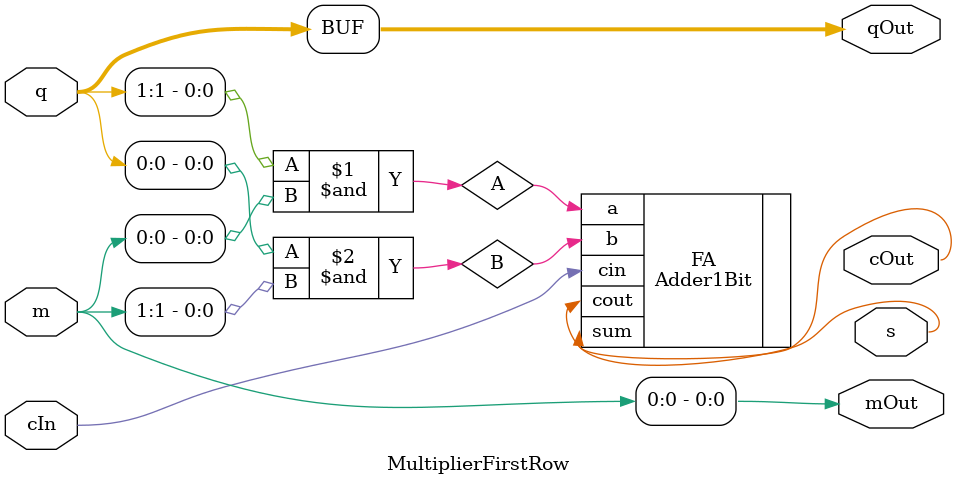
<source format=v>

module MultiplierFirstRow (
// Declare input and output ports
    input  [1:0] m,
    input  [1:0] q,
    input        cIn,
    
    output [1:0] qOut,
    output       cOut,
    output       mOut,
    output       s
);
// Declare several single-bit wires that we can
// use to interconnect the gates. 
    wire A,B;
// Instantiate gates to calculate adder's inputs value(a,b) 
	 and (A,q[1],m[0]);
	 and (B,q[0],m[1]);
// Use module Adder1Bit to calculate necessary outputs
	 Adder1Bit FA(
	 .a(A),
	 .b(B),
	 .cin(cIn),
	 .cout(cOut),
	 .sum(s)
	 );
// Assign values to these two outputs 
	 assign mOut=m[0];
	 assign qOut=q;
	 
endmodule

</source>
